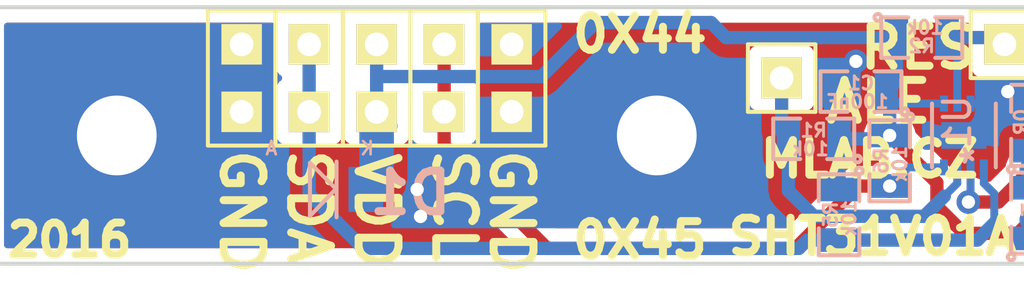
<source format=kicad_pcb>
(kicad_pcb (version 20160815) (host pcbnew no-vcs-found-7409~56~ubuntu16.04.1)

  (general
    (links 32)
    (no_connects 0)
    (area 117.475 79.4545 164.005143 93.980001)
    (thickness 1.6)
    (drawings 16)
    (tracks 82)
    (zones 0)
    (modules 18)
    (nets 8)
  )

  (page A4)
  (layers
    (0 F.Cu signal hide)
    (31 B.Cu signal hide)
    (32 B.Adhes user hide)
    (33 F.Adhes user hide)
    (34 B.Paste user hide)
    (35 F.Paste user hide)
    (36 B.SilkS user hide)
    (37 F.SilkS user)
    (38 B.Mask user hide)
    (39 F.Mask user hide)
    (40 Dwgs.User user hide)
    (41 Cmts.User user hide)
    (42 Eco1.User user hide)
    (43 Eco2.User user hide)
    (44 Edge.Cuts user hide)
    (45 Margin user hide)
    (46 B.CrtYd user hide)
    (47 F.CrtYd user hide)
    (48 B.Fab user hide)
    (49 F.Fab user hide)
  )

  (setup
    (last_trace_width 0.3)
    (user_trace_width 0.3)
    (user_trace_width 0.4)
    (user_trace_width 0.5)
    (user_trace_width 0.6)
    (user_trace_width 1.3)
    (trace_clearance 0.2)
    (zone_clearance 0.508)
    (zone_45_only yes)
    (trace_min 0.2)
    (segment_width 0.2)
    (edge_width 0.15)
    (via_size 0.89)
    (via_drill 0.5)
    (via_min_size 0.4)
    (via_min_drill 0.3)
    (uvia_size 0.3)
    (uvia_drill 0.127)
    (uvias_allowed no)
    (uvia_min_size 0.2)
    (uvia_min_drill 0.1)
    (pcb_text_width 0.3)
    (pcb_text_size 1.5 1.5)
    (mod_edge_width 0.15)
    (mod_text_size 1 1)
    (mod_text_width 0.15)
    (pad_size 1.524 1.524)
    (pad_drill 0.762)
    (pad_to_mask_clearance 0.12)
    (aux_axis_origin 0 0)
    (visible_elements 7FFE4001)
    (pcbplotparams
      (layerselection 0x010e0_80000001)
      (usegerberextensions false)
      (excludeedgelayer true)
      (linewidth 0.300000)
      (plotframeref false)
      (viasonmask false)
      (mode 1)
      (useauxorigin false)
      (hpglpennumber 1)
      (hpglpenspeed 20)
      (hpglpendiameter 15)
      (psnegative false)
      (psa4output false)
      (plotreference true)
      (plotvalue true)
      (plotinvisibletext false)
      (padsonsilk false)
      (subtractmaskfromsilk false)
      (outputformat 1)
      (mirror false)
      (drillshape 0)
      (scaleselection 1)
      (outputdirectory ../CAM_PROFI/))
  )

  (net 0 "")
  (net 1 /ALERT)
  (net 2 /nRESET)
  (net 3 +3V3)
  (net 4 /SDA)
  (net 5 /SCL)
  (net 6 GND)
  (net 7 "Net-(R3-Pad2)")

  (net_class Default "Toto je výchozí třída sítě."
    (clearance 0.2)
    (trace_width 0.3)
    (via_dia 0.89)
    (via_drill 0.5)
    (uvia_dia 0.3)
    (uvia_drill 0.127)
    (diff_pair_gap 0.25)
    (diff_pair_width 0.2)
    (add_net +3V3)
    (add_net /ALERT)
    (add_net /SCL)
    (add_net /SDA)
    (add_net /nRESET)
    (add_net GND)
    (add_net "Net-(R3-Pad2)")
  )

  (module Mlab_Pin_Headers:Straight_1x01 (layer F.Cu) (tedit 56C1CC54) (tstamp 56C25D40)
    (at 150.241 84.582)
    (descr "pin header straight 1x01")
    (tags "pin header straight 1x01")
    (path /56C1A5C2)
    (fp_text reference J1 (at 0 -2.54) (layer F.SilkS) hide
      (effects (font (size 1.5 1.5) (thickness 0.15)))
    )
    (fp_text value CONN1_1 (at 0 2.54) (layer F.SilkS) hide
      (effects (font (size 1.5 1.5) (thickness 0.15)))
    )
    (fp_text user 1 (at -1.651 0) (layer F.SilkS) hide
      (effects (font (size 0.5 0.5) (thickness 0.05)))
    )
    (fp_line (start -1.27 -1.27) (end 1.27 -1.27) (layer F.SilkS) (width 0.15))
    (fp_line (start 1.27 -1.27) (end 1.27 1.27) (layer F.SilkS) (width 0.15))
    (fp_line (start 1.27 1.27) (end -1.27 1.27) (layer F.SilkS) (width 0.15))
    (fp_line (start -1.27 1.27) (end -1.27 -1.27) (layer F.SilkS) (width 0.15))
    (pad 1 thru_hole rect (at 0 0) (size 1.524 1.524) (drill 0.889) (layers *.Cu *.Mask F.SilkS)
      (net 1 /ALERT))
    (model Pin_Headers/Pin_Header_Straight_1x01.wrl
      (at (xyz 0 0 0))
      (scale (xyz 1 1 1))
      (rotate (xyz 0 0 90))
    )
  )

  (module Mlab_Pin_Headers:Straight_1x01 (layer F.Cu) (tedit 56C1CC5F) (tstamp 56C25D4A)
    (at 158.623 83.312)
    (descr "pin header straight 1x01")
    (tags "pin header straight 1x01")
    (path /56C1A764)
    (fp_text reference J2 (at 0 -2.54) (layer F.SilkS) hide
      (effects (font (size 1.5 1.5) (thickness 0.15)))
    )
    (fp_text value CONN1_1 (at 0 2.54) (layer F.SilkS) hide
      (effects (font (size 1.5 1.5) (thickness 0.15)))
    )
    (fp_text user 1 (at -1.651 0) (layer F.SilkS) hide
      (effects (font (size 0.5 0.5) (thickness 0.05)))
    )
    (fp_line (start -1.27 -1.27) (end 1.27 -1.27) (layer F.SilkS) (width 0.15))
    (fp_line (start 1.27 -1.27) (end 1.27 1.27) (layer F.SilkS) (width 0.15))
    (fp_line (start 1.27 1.27) (end -1.27 1.27) (layer F.SilkS) (width 0.15))
    (fp_line (start -1.27 1.27) (end -1.27 -1.27) (layer F.SilkS) (width 0.15))
    (pad 1 thru_hole rect (at 0 0) (size 1.524 1.524) (drill 0.889) (layers *.Cu *.Mask F.SilkS)
      (net 2 /nRESET))
    (model Pin_Headers/Pin_Header_Straight_1x01.wrl
      (at (xyz 0 0 0))
      (scale (xyz 1 1 1))
      (rotate (xyz 0 0 90))
    )
  )

  (module Mlab_Pin_Headers:Straight_1x02 (layer F.Cu) (tedit 5535DB0D) (tstamp 56C25D73)
    (at 135.001 84.582)
    (descr "pin header straight 1x02")
    (tags "pin header straight 1x02")
    (path /56C19DA8)
    (fp_text reference J9 (at 0 -3.81) (layer F.SilkS) hide
      (effects (font (size 1.5 1.5) (thickness 0.15)))
    )
    (fp_text value JUMP_2x1 (at 0 3.81) (layer F.SilkS) hide
      (effects (font (size 1.5 1.5) (thickness 0.15)))
    )
    (fp_text user 1 (at -1.651 -1.27) (layer F.SilkS) hide
      (effects (font (size 0.5 0.5) (thickness 0.05)))
    )
    (fp_line (start -1.27 -2.54) (end 1.27 -2.54) (layer F.SilkS) (width 0.15))
    (fp_line (start 1.27 -2.54) (end 1.27 2.54) (layer F.SilkS) (width 0.15))
    (fp_line (start 1.27 2.54) (end -1.27 2.54) (layer F.SilkS) (width 0.15))
    (fp_line (start -1.27 2.54) (end -1.27 -2.54) (layer F.SilkS) (width 0.15))
    (pad 2 thru_hole rect (at 0 1.27) (size 1.524 1.524) (drill 0.889) (layers *.Cu *.Mask F.SilkS)
      (net 3 +3V3))
    (pad 1 thru_hole rect (at 0 -1.27) (size 1.524 1.524) (drill 0.889) (layers *.Cu *.Mask F.SilkS)
      (net 3 +3V3))
    (model Pin_Headers/Pin_Header_Straight_1x02.wrl
      (at (xyz 0 0 0))
      (scale (xyz 1 1 1))
      (rotate (xyz 0 0 90))
    )
  )

  (module Mlab_Pin_Headers:Straight_1x02 (layer F.Cu) (tedit 5535DB0D) (tstamp 56C25D7E)
    (at 132.461 84.582)
    (descr "pin header straight 1x02")
    (tags "pin header straight 1x02")
    (path /56C19B98)
    (fp_text reference J10 (at 0 -3.81) (layer F.SilkS) hide
      (effects (font (size 1.5 1.5) (thickness 0.15)))
    )
    (fp_text value JUMP_2x1 (at 0 3.81) (layer F.SilkS) hide
      (effects (font (size 1.5 1.5) (thickness 0.15)))
    )
    (fp_text user 1 (at -1.651 -1.27) (layer F.SilkS) hide
      (effects (font (size 0.5 0.5) (thickness 0.05)))
    )
    (fp_line (start -1.27 -2.54) (end 1.27 -2.54) (layer F.SilkS) (width 0.15))
    (fp_line (start 1.27 -2.54) (end 1.27 2.54) (layer F.SilkS) (width 0.15))
    (fp_line (start 1.27 2.54) (end -1.27 2.54) (layer F.SilkS) (width 0.15))
    (fp_line (start -1.27 2.54) (end -1.27 -2.54) (layer F.SilkS) (width 0.15))
    (pad 2 thru_hole rect (at 0 1.27) (size 1.524 1.524) (drill 0.889) (layers *.Cu *.Mask F.SilkS)
      (net 4 /SDA))
    (pad 1 thru_hole rect (at 0 -1.27) (size 1.524 1.524) (drill 0.889) (layers *.Cu *.Mask F.SilkS)
      (net 4 /SDA))
    (model Pin_Headers/Pin_Header_Straight_1x02.wrl
      (at (xyz 0 0 0))
      (scale (xyz 1 1 1))
      (rotate (xyz 0 0 90))
    )
  )

  (module Mlab_Pin_Headers:Straight_1x02 (layer F.Cu) (tedit 5535DB0D) (tstamp 56C25D89)
    (at 137.541 84.582)
    (descr "pin header straight 1x02")
    (tags "pin header straight 1x02")
    (path /56C19D85)
    (fp_text reference J11 (at 0 -3.81) (layer F.SilkS) hide
      (effects (font (size 1.5 1.5) (thickness 0.15)))
    )
    (fp_text value JUMP_2x1 (at 0 3.81) (layer F.SilkS) hide
      (effects (font (size 1.5 1.5) (thickness 0.15)))
    )
    (fp_text user 1 (at -1.651 -1.27) (layer F.SilkS) hide
      (effects (font (size 0.5 0.5) (thickness 0.05)))
    )
    (fp_line (start -1.27 -2.54) (end 1.27 -2.54) (layer F.SilkS) (width 0.15))
    (fp_line (start 1.27 -2.54) (end 1.27 2.54) (layer F.SilkS) (width 0.15))
    (fp_line (start 1.27 2.54) (end -1.27 2.54) (layer F.SilkS) (width 0.15))
    (fp_line (start -1.27 2.54) (end -1.27 -2.54) (layer F.SilkS) (width 0.15))
    (pad 2 thru_hole rect (at 0 1.27) (size 1.524 1.524) (drill 0.889) (layers *.Cu *.Mask F.SilkS)
      (net 5 /SCL))
    (pad 1 thru_hole rect (at 0 -1.27) (size 1.524 1.524) (drill 0.889) (layers *.Cu *.Mask F.SilkS)
      (net 5 /SCL))
    (model Pin_Headers/Pin_Header_Straight_1x02.wrl
      (at (xyz 0 0 0))
      (scale (xyz 1 1 1))
      (rotate (xyz 0 0 90))
    )
  )

  (module Mlab_Pin_Headers:Straight_1x02 (layer F.Cu) (tedit 5535DB0D) (tstamp 56C25D94)
    (at 129.921 84.582)
    (descr "pin header straight 1x02")
    (tags "pin header straight 1x02")
    (path /56C19E76)
    (fp_text reference J12 (at 0 -3.81) (layer F.SilkS) hide
      (effects (font (size 1.5 1.5) (thickness 0.15)))
    )
    (fp_text value JUMP_2x1 (at 0 3.81) (layer F.SilkS) hide
      (effects (font (size 1.5 1.5) (thickness 0.15)))
    )
    (fp_text user 1 (at -1.651 -1.27) (layer F.SilkS) hide
      (effects (font (size 0.5 0.5) (thickness 0.05)))
    )
    (fp_line (start -1.27 -2.54) (end 1.27 -2.54) (layer F.SilkS) (width 0.15))
    (fp_line (start 1.27 -2.54) (end 1.27 2.54) (layer F.SilkS) (width 0.15))
    (fp_line (start 1.27 2.54) (end -1.27 2.54) (layer F.SilkS) (width 0.15))
    (fp_line (start -1.27 2.54) (end -1.27 -2.54) (layer F.SilkS) (width 0.15))
    (pad 2 thru_hole rect (at 0 1.27) (size 1.524 1.524) (drill 0.889) (layers *.Cu *.Mask F.SilkS)
      (net 6 GND))
    (pad 1 thru_hole rect (at 0 -1.27) (size 1.524 1.524) (drill 0.889) (layers *.Cu *.Mask F.SilkS)
      (net 6 GND))
    (model Pin_Headers/Pin_Header_Straight_1x02.wrl
      (at (xyz 0 0 0))
      (scale (xyz 1 1 1))
      (rotate (xyz 0 0 90))
    )
  )

  (module Mlab_Pin_Headers:Straight_1x02 (layer F.Cu) (tedit 5535DB0D) (tstamp 56C25D9F)
    (at 140.081 84.582)
    (descr "pin header straight 1x02")
    (tags "pin header straight 1x02")
    (path /56C19E9B)
    (fp_text reference J13 (at 0 -3.81) (layer F.SilkS) hide
      (effects (font (size 1.5 1.5) (thickness 0.15)))
    )
    (fp_text value JUMP_2x1 (at 0 3.81) (layer F.SilkS) hide
      (effects (font (size 1.5 1.5) (thickness 0.15)))
    )
    (fp_text user 1 (at -1.651 -1.27) (layer F.SilkS) hide
      (effects (font (size 0.5 0.5) (thickness 0.05)))
    )
    (fp_line (start -1.27 -2.54) (end 1.27 -2.54) (layer F.SilkS) (width 0.15))
    (fp_line (start 1.27 -2.54) (end 1.27 2.54) (layer F.SilkS) (width 0.15))
    (fp_line (start 1.27 2.54) (end -1.27 2.54) (layer F.SilkS) (width 0.15))
    (fp_line (start -1.27 2.54) (end -1.27 -2.54) (layer F.SilkS) (width 0.15))
    (pad 2 thru_hole rect (at 0 1.27) (size 1.524 1.524) (drill 0.889) (layers *.Cu *.Mask F.SilkS)
      (net 6 GND))
    (pad 1 thru_hole rect (at 0 -1.27) (size 1.524 1.524) (drill 0.889) (layers *.Cu *.Mask F.SilkS)
      (net 6 GND))
    (model Pin_Headers/Pin_Header_Straight_1x02.wrl
      (at (xyz 0 0 0))
      (scale (xyz 1 1 1))
      (rotate (xyz 0 0 90))
    )
  )

  (module Mlab_Mechanical:MountingHole_3mm placed (layer F.Cu) (tedit 5535DB2C) (tstamp 56C25DA5)
    (at 145.542 86.741)
    (descr "Mounting hole, Befestigungsbohrung, 3mm, No Annular, Kein Restring,")
    (tags "Mounting hole, Befestigungsbohrung, 3mm, No Annular, Kein Restring,")
    (path /56C1C849)
    (fp_text reference M1 (at 0 -4.191) (layer F.SilkS) hide
      (effects (font (thickness 0.3048)))
    )
    (fp_text value HOLE (at 0 4.191) (layer F.SilkS) hide
      (effects (font (thickness 0.3048)))
    )
    (fp_circle (center 0 0) (end 2.99974 0) (layer Cmts.User) (width 0.381))
    (pad 1 thru_hole circle (at 0 0) (size 6 6) (drill 3) (layers *.Cu *.Adhes *.Mask)
      (net 6 GND) (clearance 1) (zone_connect 2))
  )

  (module Mlab_Mechanical:MountingHole_3mm placed (layer F.Cu) (tedit 5535DB2C) (tstamp 56C25DAB)
    (at 125.222 86.741)
    (descr "Mounting hole, Befestigungsbohrung, 3mm, No Annular, Kein Restring,")
    (tags "Mounting hole, Befestigungsbohrung, 3mm, No Annular, Kein Restring,")
    (path /56C1CA93)
    (fp_text reference M2 (at 0 -4.191) (layer F.SilkS) hide
      (effects (font (thickness 0.3048)))
    )
    (fp_text value HOLE (at 0 4.191) (layer F.SilkS) hide
      (effects (font (thickness 0.3048)))
    )
    (fp_circle (center 0 0) (end 2.99974 0) (layer Cmts.User) (width 0.381))
    (pad 1 thru_hole circle (at 0 0) (size 6 6) (drill 3) (layers *.Cu *.Adhes *.Mask)
      (net 6 GND) (clearance 1) (zone_connect 2))
  )

  (module Mlab_R:SMD-0805 (layer B.Cu) (tedit 54799E0C) (tstamp 56C25DB8)
    (at 151.4475 86.868 180)
    (path /56C1BBCA)
    (attr smd)
    (fp_text reference R1 (at 0 0.3175 180) (layer B.SilkS)
      (effects (font (size 0.50038 0.50038) (thickness 0.10922)) (justify mirror))
    )
    (fp_text value 10k (at 0.127 -0.381 180) (layer B.SilkS)
      (effects (font (size 0.50038 0.50038) (thickness 0.10922)) (justify mirror))
    )
    (fp_circle (center -1.651 -0.762) (end -1.651 -0.635) (layer B.SilkS) (width 0.15))
    (fp_line (start -0.508 -0.762) (end -1.524 -0.762) (layer B.SilkS) (width 0.15))
    (fp_line (start -1.524 -0.762) (end -1.524 0.762) (layer B.SilkS) (width 0.15))
    (fp_line (start -1.524 0.762) (end -0.508 0.762) (layer B.SilkS) (width 0.15))
    (fp_line (start 0.508 0.762) (end 1.524 0.762) (layer B.SilkS) (width 0.15))
    (fp_line (start 1.524 0.762) (end 1.524 -0.762) (layer B.SilkS) (width 0.15))
    (fp_line (start 1.524 -0.762) (end 0.508 -0.762) (layer B.SilkS) (width 0.15))
    (pad 1 smd rect (at -0.9525 0 180) (size 0.889 1.397) (layers B.Cu B.Paste B.Mask)
      (net 3 +3V3))
    (pad 2 smd rect (at 0.9525 0 180) (size 0.889 1.397) (layers B.Cu B.Paste B.Mask)
      (net 1 /ALERT))
    (model MLAB_3D/Resistors/chip_cms.wrl
      (at (xyz 0 0 0))
      (scale (xyz 0.1 0.1 0.1))
      (rotate (xyz 0 0 0))
    )
  )

  (module Mlab_R:SMD-0805 (layer B.Cu) (tedit 54799E0C) (tstamp 56C25DC5)
    (at 155.5115 83.058)
    (path /56C1BBD0)
    (attr smd)
    (fp_text reference R2 (at 0 0.3175) (layer B.SilkS)
      (effects (font (size 0.50038 0.50038) (thickness 0.10922)) (justify mirror))
    )
    (fp_text value 10k (at 0.127 -0.381) (layer B.SilkS)
      (effects (font (size 0.50038 0.50038) (thickness 0.10922)) (justify mirror))
    )
    (fp_circle (center -1.651 -0.762) (end -1.651 -0.635) (layer B.SilkS) (width 0.15))
    (fp_line (start -0.508 -0.762) (end -1.524 -0.762) (layer B.SilkS) (width 0.15))
    (fp_line (start -1.524 -0.762) (end -1.524 0.762) (layer B.SilkS) (width 0.15))
    (fp_line (start -1.524 0.762) (end -0.508 0.762) (layer B.SilkS) (width 0.15))
    (fp_line (start 0.508 0.762) (end 1.524 0.762) (layer B.SilkS) (width 0.15))
    (fp_line (start 1.524 0.762) (end 1.524 -0.762) (layer B.SilkS) (width 0.15))
    (fp_line (start 1.524 -0.762) (end 0.508 -0.762) (layer B.SilkS) (width 0.15))
    (pad 1 smd rect (at -0.9525 0) (size 0.889 1.397) (layers B.Cu B.Paste B.Mask)
      (net 3 +3V3))
    (pad 2 smd rect (at 0.9525 0) (size 0.889 1.397) (layers B.Cu B.Paste B.Mask)
      (net 2 /nRESET))
    (model MLAB_3D/Resistors/chip_cms.wrl
      (at (xyz 0 0 0))
      (scale (xyz 0.1 0.1 0.1))
      (rotate (xyz 0 0 0))
    )
  )

  (module Mlab_R:SMD-0805 (layer B.Cu) (tedit 54799E0C) (tstamp 56C25DD2)
    (at 159.639 89.662 90)
    (path /56C1A90F)
    (attr smd)
    (fp_text reference R3 (at 0 0.3175 90) (layer B.SilkS)
      (effects (font (size 0.50038 0.50038) (thickness 0.10922)) (justify mirror))
    )
    (fp_text value - (at 0.127 -0.381 90) (layer B.SilkS)
      (effects (font (size 0.50038 0.50038) (thickness 0.10922)) (justify mirror))
    )
    (fp_circle (center -1.651 -0.762) (end -1.651 -0.635) (layer B.SilkS) (width 0.15))
    (fp_line (start -0.508 -0.762) (end -1.524 -0.762) (layer B.SilkS) (width 0.15))
    (fp_line (start -1.524 -0.762) (end -1.524 0.762) (layer B.SilkS) (width 0.15))
    (fp_line (start -1.524 0.762) (end -0.508 0.762) (layer B.SilkS) (width 0.15))
    (fp_line (start 0.508 0.762) (end 1.524 0.762) (layer B.SilkS) (width 0.15))
    (fp_line (start 1.524 0.762) (end 1.524 -0.762) (layer B.SilkS) (width 0.15))
    (fp_line (start 1.524 -0.762) (end 0.508 -0.762) (layer B.SilkS) (width 0.15))
    (pad 1 smd rect (at -0.9525 0 90) (size 0.889 1.397) (layers B.Cu B.Paste B.Mask)
      (net 3 +3V3))
    (pad 2 smd rect (at 0.9525 0 90) (size 0.889 1.397) (layers B.Cu B.Paste B.Mask)
      (net 7 "Net-(R3-Pad2)"))
    (model MLAB_3D/Resistors/chip_cms.wrl
      (at (xyz 0 0 0))
      (scale (xyz 0.1 0.1 0.1))
      (rotate (xyz 0 0 0))
    )
  )

  (module Mlab_R:SMD-0805 (layer B.Cu) (tedit 54799E0C) (tstamp 56C25DDF)
    (at 159.639 86.36 90)
    (path /56C1AAEA)
    (attr smd)
    (fp_text reference R4 (at 0 0.3175 90) (layer B.SilkS)
      (effects (font (size 0.50038 0.50038) (thickness 0.10922)) (justify mirror))
    )
    (fp_text value 0R (at 0.127 -0.381 90) (layer B.SilkS)
      (effects (font (size 0.50038 0.50038) (thickness 0.10922)) (justify mirror))
    )
    (fp_circle (center -1.651 -0.762) (end -1.651 -0.635) (layer B.SilkS) (width 0.15))
    (fp_line (start -0.508 -0.762) (end -1.524 -0.762) (layer B.SilkS) (width 0.15))
    (fp_line (start -1.524 -0.762) (end -1.524 0.762) (layer B.SilkS) (width 0.15))
    (fp_line (start -1.524 0.762) (end -0.508 0.762) (layer B.SilkS) (width 0.15))
    (fp_line (start 0.508 0.762) (end 1.524 0.762) (layer B.SilkS) (width 0.15))
    (fp_line (start 1.524 0.762) (end 1.524 -0.762) (layer B.SilkS) (width 0.15))
    (fp_line (start 1.524 -0.762) (end 0.508 -0.762) (layer B.SilkS) (width 0.15))
    (pad 1 smd rect (at -0.9525 0 90) (size 0.889 1.397) (layers B.Cu B.Paste B.Mask)
      (net 7 "Net-(R3-Pad2)"))
    (pad 2 smd rect (at 0.9525 0 90) (size 0.889 1.397) (layers B.Cu B.Paste B.Mask)
      (net 6 GND))
    (model MLAB_3D/Resistors/chip_cms.wrl
      (at (xyz 0 0 0))
      (scale (xyz 0.1 0.1 0.1))
      (rotate (xyz 0 0 0))
    )
  )

  (module Mlab_R:SMD-0805 (layer B.Cu) (tedit 54799E0C) (tstamp 56C25DEC)
    (at 152.4 89.7255 270)
    (path /56C197F1)
    (attr smd)
    (fp_text reference R5 (at 0 0.3175 270) (layer B.SilkS)
      (effects (font (size 0.50038 0.50038) (thickness 0.10922)) (justify mirror))
    )
    (fp_text value 10k (at 0.127 -0.381 270) (layer B.SilkS)
      (effects (font (size 0.50038 0.50038) (thickness 0.10922)) (justify mirror))
    )
    (fp_circle (center -1.651 -0.762) (end -1.651 -0.635) (layer B.SilkS) (width 0.15))
    (fp_line (start -0.508 -0.762) (end -1.524 -0.762) (layer B.SilkS) (width 0.15))
    (fp_line (start -1.524 -0.762) (end -1.524 0.762) (layer B.SilkS) (width 0.15))
    (fp_line (start -1.524 0.762) (end -0.508 0.762) (layer B.SilkS) (width 0.15))
    (fp_line (start 0.508 0.762) (end 1.524 0.762) (layer B.SilkS) (width 0.15))
    (fp_line (start 1.524 0.762) (end 1.524 -0.762) (layer B.SilkS) (width 0.15))
    (fp_line (start 1.524 -0.762) (end 0.508 -0.762) (layer B.SilkS) (width 0.15))
    (pad 1 smd rect (at -0.9525 0 270) (size 0.889 1.397) (layers B.Cu B.Paste B.Mask)
      (net 3 +3V3))
    (pad 2 smd rect (at 0.9525 0 270) (size 0.889 1.397) (layers B.Cu B.Paste B.Mask)
      (net 4 /SDA))
    (model MLAB_3D/Resistors/chip_cms.wrl
      (at (xyz 0 0 0))
      (scale (xyz 0.1 0.1 0.1))
      (rotate (xyz 0 0 0))
    )
  )

  (module Mlab_R:SMD-0805 (layer B.Cu) (tedit 54799E0C) (tstamp 56C25DF9)
    (at 154.305 87.6935 270)
    (path /56C19962)
    (attr smd)
    (fp_text reference R6 (at 0 0.3175 270) (layer B.SilkS)
      (effects (font (size 0.50038 0.50038) (thickness 0.10922)) (justify mirror))
    )
    (fp_text value 10k (at 0.127 -0.381 270) (layer B.SilkS)
      (effects (font (size 0.50038 0.50038) (thickness 0.10922)) (justify mirror))
    )
    (fp_circle (center -1.651 -0.762) (end -1.651 -0.635) (layer B.SilkS) (width 0.15))
    (fp_line (start -0.508 -0.762) (end -1.524 -0.762) (layer B.SilkS) (width 0.15))
    (fp_line (start -1.524 -0.762) (end -1.524 0.762) (layer B.SilkS) (width 0.15))
    (fp_line (start -1.524 0.762) (end -0.508 0.762) (layer B.SilkS) (width 0.15))
    (fp_line (start 0.508 0.762) (end 1.524 0.762) (layer B.SilkS) (width 0.15))
    (fp_line (start 1.524 0.762) (end 1.524 -0.762) (layer B.SilkS) (width 0.15))
    (fp_line (start 1.524 -0.762) (end 0.508 -0.762) (layer B.SilkS) (width 0.15))
    (pad 1 smd rect (at -0.9525 0 270) (size 0.889 1.397) (layers B.Cu B.Paste B.Mask)
      (net 3 +3V3))
    (pad 2 smd rect (at 0.9525 0 270) (size 0.889 1.397) (layers B.Cu B.Paste B.Mask)
      (net 5 /SCL))
    (model MLAB_3D/Resistors/chip_cms.wrl
      (at (xyz 0 0 0))
      (scale (xyz 0.1 0.1 0.1))
      (rotate (xyz 0 0 0))
    )
  )

  (module Mlab_R:SMD-0805 (layer B.Cu) (tedit 54799E0C) (tstamp 56C28E5D)
    (at 153.2255 85.09 180)
    (path /56C20231)
    (attr smd)
    (fp_text reference C1 (at 0 0.3175 180) (layer B.SilkS)
      (effects (font (size 0.50038 0.50038) (thickness 0.10922)) (justify mirror))
    )
    (fp_text value 100nF (at 0.127 -0.381 180) (layer B.SilkS)
      (effects (font (size 0.50038 0.50038) (thickness 0.10922)) (justify mirror))
    )
    (fp_circle (center -1.651 -0.762) (end -1.651 -0.635) (layer B.SilkS) (width 0.15))
    (fp_line (start -0.508 -0.762) (end -1.524 -0.762) (layer B.SilkS) (width 0.15))
    (fp_line (start -1.524 -0.762) (end -1.524 0.762) (layer B.SilkS) (width 0.15))
    (fp_line (start -1.524 0.762) (end -0.508 0.762) (layer B.SilkS) (width 0.15))
    (fp_line (start 0.508 0.762) (end 1.524 0.762) (layer B.SilkS) (width 0.15))
    (fp_line (start 1.524 0.762) (end 1.524 -0.762) (layer B.SilkS) (width 0.15))
    (fp_line (start 1.524 -0.762) (end 0.508 -0.762) (layer B.SilkS) (width 0.15))
    (pad 1 smd rect (at -0.9525 0 180) (size 0.889 1.397) (layers B.Cu B.Paste B.Mask)
      (net 3 +3V3))
    (pad 2 smd rect (at 0.9525 0 180) (size 0.889 1.397) (layers B.Cu B.Paste B.Mask)
      (net 6 GND))
    (model MLAB_3D/Resistors/chip_cms.wrl
      (at (xyz 0 0 0))
      (scale (xyz 0.1 0.1 0.1))
      (rotate (xyz 0 0 0))
    )
  )

  (module Mlab_IO:DFN-8-1EP_2.4x2.4mm_Pitch0.5mm (layer B.Cu) (tedit 56E1185F) (tstamp 56C28E71)
    (at 157.099 86.741 90)
    (descr "DFN8 2x2, 0.5mm pin")
    (tags "DFN 0.5")
    (path /56C19730)
    (attr smd)
    (fp_text reference U1 (at 0.508 -0.254 90) (layer B.SilkS)
      (effects (font (size 1 1) (thickness 0.15)) (justify mirror))
    )
    (fp_text value SHT31 (at 0 -2.075 90) (layer B.Fab)
      (effects (font (size 1 1) (thickness 0.15)) (justify mirror))
    )
    (fp_text user * (at -0.7493 0.4318 90) (layer B.SilkS)
      (effects (font (size 1 1) (thickness 0.15)) (justify mirror))
    )
    (fp_line (start -1.2 1.2) (end 1.2 1.2) (layer B.SilkS) (width 0.15))
    (fp_line (start -1.4 1.35) (end -1.4 -1.35) (layer B.CrtYd) (width 0.05))
    (fp_line (start 1.4 1.35) (end 1.4 -1.35) (layer B.CrtYd) (width 0.05))
    (fp_line (start -1.4 1.35) (end 1.4 1.35) (layer B.CrtYd) (width 0.05))
    (fp_line (start -1.4 -1.35) (end 1.4 -1.35) (layer B.CrtYd) (width 0.05))
    (fp_line (start -1.2 -1.2) (end 1.2 -1.2) (layer B.SilkS) (width 0.15))
    (pad 1 smd rect (at -1.2 0.75 90) (size 0.6 0.3) (layers B.Cu B.Paste B.Mask)
      (net 4 /SDA))
    (pad 2 smd rect (at -1.2 0.25 90) (size 0.6 0.3) (layers B.Cu B.Paste B.Mask)
      (net 7 "Net-(R3-Pad2)"))
    (pad 3 smd rect (at -1.2 -0.25 90) (size 0.6 0.3) (layers B.Cu B.Paste B.Mask)
      (net 1 /ALERT))
    (pad 4 smd rect (at -1.2 -0.75 90) (size 0.6 0.3) (layers B.Cu B.Paste B.Mask)
      (net 5 /SCL))
    (pad 5 smd rect (at 1.2 -0.75 90) (size 0.6 0.3) (layers B.Cu B.Paste B.Mask)
      (net 3 +3V3))
    (pad 6 smd rect (at 1.2 -0.25 90) (size 0.6 0.3) (layers B.Cu B.Paste B.Mask)
      (net 2 /nRESET))
    (pad 7 smd rect (at 1.2 0.25 90) (size 0.6 0.3) (layers B.Cu B.Paste B.Mask)
      (net 6 GND))
    (pad 8 smd rect (at 1.2 0.75 90) (size 0.6 0.3) (layers B.Cu B.Paste B.Mask)
      (net 6 GND))
    (pad 9 smd rect (at 0 0 90) (size 1 1.7) (layers B.Cu B.Paste B.Mask)
      (net 6 GND) (solder_paste_margin_ratio -0.2))
    (model Housings_DFN_QFN.3dshapes/DFN-8-1EP_2x2mm_Pitch0.5mm.wrl
      (at (xyz 0 0 0))
      (scale (xyz 1 1 1))
      (rotate (xyz 0 0 0))
    )
  )

  (module Mlab_D:Diode-MiniMELF_Standard (layer B.Cu) (tedit 547999ED) (tstamp 56C1AF1E)
    (at 132.842 88.773)
    (descr "Diode Mini-MELF Standard")
    (tags "Diode Mini-MELF Standard")
    (path /56C21A96)
    (attr smd)
    (fp_text reference D1 (at 3.429 0.127) (layer B.SilkS)
      (effects (font (thickness 0.3048)) (justify mirror))
    )
    (fp_text value BZV55C-5,6V (at 0 -3.81) (layer B.SilkS) hide
      (effects (font (thickness 0.3048)) (justify mirror))
    )
    (fp_line (start 0.65024 -0.0508) (end -0.35052 1.00076) (layer B.SilkS) (width 0.15))
    (fp_line (start -0.35052 1.00076) (end -0.35052 -1.00076) (layer B.SilkS) (width 0.15))
    (fp_line (start -0.35052 -1.00076) (end 0.65024 0) (layer B.SilkS) (width 0.15))
    (fp_line (start 0.65024 1.04902) (end 0.65024 -1.04902) (layer B.SilkS) (width 0.15))
    (fp_text user A (at -1.80086 -1.5494) (layer B.SilkS)
      (effects (font (size 0.50038 0.50038) (thickness 0.09906)) (justify mirror))
    )
    (fp_text user K (at 1.80086 -1.5494) (layer B.SilkS)
      (effects (font (size 0.50038 0.50038) (thickness 0.09906)) (justify mirror))
    )
    (fp_circle (center 0 0) (end 0 -0.55118) (layer B.Adhes) (width 0.381))
    (fp_circle (center 0 0) (end 0 -0.20066) (layer B.Adhes) (width 0.381))
    (pad 1 smd rect (at -1.75006 0) (size 1.30048 1.69926) (layers B.Cu B.Paste B.Mask)
      (net 6 GND))
    (pad 2 smd rect (at 1.75006 0) (size 1.30048 1.69926) (layers B.Cu B.Paste B.Mask)
      (net 3 +3V3))
    (model MLAB_3D/Diodes/MiniMELF_DO213AA.wrl
      (at (xyz 0 0 0))
      (scale (xyz 0.3937 0.3937 0.3937))
      (rotate (xyz 0 0 0))
    )
  )

  (gr_text 0X45 (at 144.907 90.678) (layer F.SilkS)
    (effects (font (size 1.3 1.3) (thickness 0.3)))
  )
  (gr_text 0X44 (at 144.907 82.931) (layer F.SilkS)
    (effects (font (size 1.3 1.3) (thickness 0.3)))
  )
  (gr_text 2016 (at 123.444 90.678) (layer F.SilkS)
    (effects (font (size 1.2 1.2) (thickness 0.3)))
  )
  (gr_text MLAB.CZ (at 153.543 87.63) (layer F.SilkS)
    (effects (font (size 1.3 1.3) (thickness 0.3)))
  )
  (gr_text SHT31V01A (at 153.67 90.551) (layer F.SilkS)
    (effects (font (size 1.3 1.3) (thickness 0.3)))
  )
  (gr_text ALE (at 151.765 85.471) (layer F.SilkS)
    (effects (font (size 1.5 1.5) (thickness 0.3)) (justify left))
  )
  (gr_text RES (at 153.035 83.439) (layer F.SilkS)
    (effects (font (size 1.5 1.5) (thickness 0.3)) (justify left))
  )
  (gr_text GND (at 140.081 87.122 270) (layer F.SilkS)
    (effects (font (size 1.5 1.5) (thickness 0.3)) (justify left))
  )
  (gr_text SCL (at 137.922 87.122 270) (layer F.SilkS)
    (effects (font (size 1.5 1.5) (thickness 0.3)) (justify left))
  )
  (gr_text VDD (at 135.001 87.249 270) (layer F.SilkS)
    (effects (font (size 1.5 1.5) (thickness 0.3)) (justify left))
  )
  (gr_text SDA (at 132.461 87.122 270) (layer F.SilkS)
    (effects (font (size 1.5 1.5) (thickness 0.3)) (justify left))
  )
  (gr_text GND (at 129.921 87.122 270) (layer F.SilkS)
    (effects (font (size 1.5 1.5) (thickness 0.3)) (justify left))
  )
  (gr_line (start 120.396 91.567) (end 120.396 81.915) (angle 90) (layer Edge.Cuts) (width 0.15))
  (gr_line (start 120.396 91.567) (end 160.528 91.567) (angle 90) (layer Edge.Cuts) (width 0.15))
  (gr_line (start 160.528 81.915) (end 160.528 91.567) (angle 90) (layer Edge.Cuts) (width 0.15))
  (gr_line (start 120.396 81.915) (end 160.528 81.915) (angle 90) (layer Edge.Cuts) (width 0.15))

  (segment (start 150.495 86.868) (end 150.495 88.821002) (width 0.5) (layer B.Cu) (net 1))
  (segment (start 150.495 88.821002) (end 151.457497 89.783499) (width 0.5) (layer B.Cu) (net 1))
  (segment (start 155.606501 89.783499) (end 156.363 89.027) (width 0.5) (layer B.Cu) (net 1))
  (segment (start 151.457497 89.783499) (end 155.606501 89.783499) (width 0.5) (layer B.Cu) (net 1))
  (segment (start 150.241 84.582) (end 150.241 86.614) (width 0.5) (layer B.Cu) (net 1))
  (segment (start 150.241 86.614) (end 150.495 86.868) (width 0.5) (layer B.Cu) (net 1))
  (segment (start 156.849 87.941) (end 156.849 88.541) (width 0.3) (layer B.Cu) (net 1))
  (segment (start 156.849 88.541) (end 156.363 89.027) (width 0.3) (layer B.Cu) (net 1))
  (segment (start 156.464 83.058) (end 158.369 83.058) (width 0.5) (layer B.Cu) (net 2))
  (segment (start 158.369 83.058) (end 158.623 83.312) (width 0.5) (layer B.Cu) (net 2))
  (segment (start 156.849 85.541) (end 156.849 83.443) (width 0.3) (layer B.Cu) (net 2))
  (segment (start 156.849 83.443) (end 156.464 83.058) (width 0.3) (layer B.Cu) (net 2))
  (segment (start 135.001 85.852) (end 135.001 88.36406) (width 1.3) (layer B.Cu) (net 3))
  (segment (start 135.001 88.36406) (end 134.59206 88.773) (width 1.3) (layer B.Cu) (net 3))
  (segment (start 156.083 88.519) (end 154.305 86.741) (width 0.5) (layer F.Cu) (net 3))
  (segment (start 156.083 89.408) (end 156.083 88.519) (width 0.5) (layer F.Cu) (net 3))
  (segment (start 159.639 89.916) (end 159.131 90.424) (width 0.5) (layer F.Cu) (net 3))
  (segment (start 159.131 90.424) (end 157.099 90.424) (width 0.5) (layer F.Cu) (net 3))
  (segment (start 157.099 90.424) (end 156.083 89.408) (width 0.5) (layer F.Cu) (net 3))
  (via (at 154.305 86.741) (size 0.89) (drill 0.5) (layers F.Cu B.Cu) (net 3))
  (segment (start 159.639 90.6145) (end 159.639 89.916) (width 0.5) (layer B.Cu) (net 3))
  (via (at 159.639 89.916) (size 0.89) (drill 0.5) (layers F.Cu B.Cu) (net 3))
  (segment (start 135.53694 86.38794) (end 135.001 85.852) (width 0.5) (layer B.Cu) (net 3))
  (segment (start 152.4 88.773) (end 152.4 86.868) (width 0.5) (layer B.Cu) (net 3))
  (segment (start 156.349 85.541) (end 154.629 85.541) (width 0.3) (layer B.Cu) (net 3))
  (segment (start 154.629 85.541) (end 154.178 85.09) (width 0.3) (layer B.Cu) (net 3))
  (segment (start 154.559 83.058) (end 154.559 84.709) (width 0.5) (layer B.Cu) (net 3))
  (segment (start 154.559 84.709) (end 154.178 85.09) (width 0.5) (layer B.Cu) (net 3))
  (segment (start 154.305 86.741) (end 154.305 85.217) (width 0.5) (layer B.Cu) (net 3))
  (segment (start 154.305 85.217) (end 154.178 85.09) (width 0.5) (layer B.Cu) (net 3))
  (segment (start 152.4 86.868) (end 154.178 86.868) (width 0.5) (layer B.Cu) (net 3))
  (segment (start 154.178 86.868) (end 154.305 86.741) (width 0.5) (layer B.Cu) (net 3))
  (segment (start 135.001 85.852) (end 135.001 84.455) (width 0.5) (layer B.Cu) (net 3))
  (segment (start 135.001 84.455) (end 135.001 83.312) (width 0.5) (layer B.Cu) (net 3))
  (segment (start 154.559 83.058) (end 148.149002 83.058) (width 0.5) (layer B.Cu) (net 3))
  (segment (start 148.149002 83.058) (end 147.582001 82.490999) (width 0.5) (layer B.Cu) (net 3))
  (segment (start 147.582001 82.490999) (end 143.236003 82.490999) (width 0.5) (layer B.Cu) (net 3))
  (segment (start 143.236003 82.490999) (end 141.203001 84.524001) (width 0.5) (layer B.Cu) (net 3))
  (segment (start 141.203001 84.524001) (end 135.070001 84.524001) (width 0.5) (layer B.Cu) (net 3))
  (segment (start 135.070001 84.524001) (end 135.001 84.455) (width 0.5) (layer B.Cu) (net 3))
  (segment (start 152.4 90.678) (end 151.2015 90.678) (width 0.5) (layer B.Cu) (net 4))
  (segment (start 151.2015 90.678) (end 150.888499 90.991001) (width 0.5) (layer B.Cu) (net 4))
  (segment (start 150.888499 90.991001) (end 134.500189 90.991001) (width 0.5) (layer B.Cu) (net 4))
  (segment (start 134.500189 90.991001) (end 132.461 88.951812) (width 0.5) (layer B.Cu) (net 4))
  (segment (start 132.461 88.951812) (end 132.461 87.114) (width 0.5) (layer B.Cu) (net 4))
  (segment (start 132.461 87.114) (end 132.461 85.852) (width 0.5) (layer B.Cu) (net 4))
  (segment (start 132.461 83.312) (end 132.461 85.852) (width 0.5) (layer B.Cu) (net 4))
  (segment (start 158.242 90.043) (end 157.607 90.678) (width 0.5) (layer B.Cu) (net 4))
  (segment (start 157.607 90.678) (end 152.4 90.678) (width 0.5) (layer B.Cu) (net 4))
  (segment (start 158.242 88.934) (end 158.242 90.043) (width 0.3) (layer B.Cu) (net 4))
  (segment (start 157.849 87.941) (end 157.849 88.541) (width 0.3) (layer B.Cu) (net 4))
  (segment (start 157.849 88.541) (end 158.242 88.934) (width 0.3) (layer B.Cu) (net 4))
  (segment (start 137.541 85.852) (end 137.541 83.312) (width 0.5) (layer F.Cu) (net 5))
  (segment (start 137.541 85.852) (end 137.541 87.114) (width 0.5) (layer F.Cu) (net 5))
  (segment (start 137.541 87.114) (end 141.418001 90.991001) (width 0.5) (layer F.Cu) (net 5))
  (segment (start 141.418001 90.991001) (end 150.761499 90.991001) (width 0.5) (layer F.Cu) (net 5))
  (segment (start 150.761499 90.991001) (end 153.1065 88.646) (width 0.5) (layer F.Cu) (net 5))
  (segment (start 153.1065 88.646) (end 154.305 88.646) (width 0.5) (layer F.Cu) (net 5))
  (via (at 154.305 88.646) (size 0.89) (drill 0.5) (layers F.Cu B.Cu) (net 5))
  (segment (start 156.349 87.941) (end 155.01 87.941) (width 0.3) (layer B.Cu) (net 5))
  (segment (start 155.01 87.941) (end 154.305 88.646) (width 0.3) (layer B.Cu) (net 5))
  (segment (start 136.525 88.773) (end 136.652 89.789) (width 0.3) (layer B.Cu) (net 6))
  (via (at 136.652 89.789) (size 0.89) (drill 0.5) (layers F.Cu B.Cu) (net 6))
  (segment (start 129.921 85.852) (end 129.921 86.914) (width 0.3) (layer F.Cu) (net 6))
  (segment (start 129.921 86.914) (end 132.161 89.154) (width 0.3) (layer F.Cu) (net 6))
  (segment (start 132.161 89.154) (end 136.525 88.773) (width 0.3) (layer F.Cu) (net 6))
  (via (at 136.525 88.773) (size 0.89) (drill 0.5) (layers F.Cu B.Cu) (net 6))
  (segment (start 157.349 85.541) (end 157.849 85.541) (width 0.3) (layer B.Cu) (net 6))
  (segment (start 159.639 85.4075) (end 159.0675 85.4075) (width 0.5) (layer B.Cu) (net 6))
  (segment (start 159.0675 85.4075) (end 158.75 85.09) (width 0.5) (layer B.Cu) (net 6))
  (via (at 158.75 85.09) (size 0.89) (drill 0.5) (layers F.Cu B.Cu) (net 6))
  (segment (start 152.273 85.09) (end 152.273 84.71501) (width 0.5) (layer B.Cu) (net 6))
  (segment (start 152.273 84.71501) (end 153.035 83.95301) (width 0.5) (layer B.Cu) (net 6))
  (via (at 153.035 83.95301) (size 0.89) (drill 0.5) (layers F.Cu B.Cu) (net 6))
  (segment (start 159.639 88.7095) (end 159.639 88.011) (width 0.5) (layer B.Cu) (net 7))
  (segment (start 159.639 88.011) (end 159.639 87.3125) (width 0.5) (layer B.Cu) (net 7))
  (segment (start 157.268139 89.246174) (end 158.403826 89.246174) (width 0.5) (layer F.Cu) (net 7))
  (segment (start 158.403826 89.246174) (end 159.639 88.011) (width 0.5) (layer F.Cu) (net 7))
  (via (at 159.639 88.011) (size 0.89) (drill 0.5) (layers F.Cu B.Cu) (net 7))
  (segment (start 157.349 87.941) (end 157.349 89.165313) (width 0.3) (layer B.Cu) (net 7))
  (segment (start 157.349 89.165313) (end 157.268139 89.246174) (width 0.3) (layer B.Cu) (net 7))
  (via (at 157.268139 89.246174) (size 0.89) (drill 0.5) (layers F.Cu B.Cu) (net 7))

  (zone (net 6) (net_name GND) (layer F.Cu) (tstamp 56C1CA9C) (hatch edge 0.508)
    (priority 1)
    (connect_pads yes (clearance 0.508))
    (min_thickness 0.254)
    (fill yes (arc_segments 16) (thermal_gap 0.508) (thermal_bridge_width 0.508))
    (polygon
      (pts
        (xy 120.015 81.661) (xy 161.163 81.661) (xy 161.163 92.456) (xy 118.745 92.456) (xy 118.745 81.661)
        (xy 119.888 81.661)
      )
    )
    (filled_polygon
      (pts
        (xy 131.05156 84.074) (xy 131.095838 84.309317) (xy 131.23491 84.525441) (xy 131.31677 84.581374) (xy 131.247559 84.62591)
        (xy 131.102569 84.83811) (xy 131.05156 85.09) (xy 131.05156 86.614) (xy 131.095838 86.849317) (xy 131.23491 87.065441)
        (xy 131.44711 87.210431) (xy 131.699 87.26144) (xy 133.223 87.26144) (xy 133.458317 87.217162) (xy 133.674441 87.07809)
        (xy 133.730374 86.99623) (xy 133.77491 87.065441) (xy 133.98711 87.210431) (xy 134.239 87.26144) (xy 135.763 87.26144)
        (xy 135.998317 87.217162) (xy 136.214441 87.07809) (xy 136.270374 86.99623) (xy 136.31491 87.065441) (xy 136.52711 87.210431)
        (xy 136.681396 87.241675) (xy 136.703653 87.353569) (xy 136.723367 87.452675) (xy 136.870132 87.672325) (xy 136.91521 87.73979)
        (xy 140.032421 90.857) (xy 121.106 90.857) (xy 121.106 82.625) (xy 131.05156 82.625)
      )
    )
    (filled_polygon
      (pts
        (xy 157.21356 84.074) (xy 157.257838 84.309317) (xy 157.39691 84.525441) (xy 157.60911 84.670431) (xy 157.861 84.72144)
        (xy 159.385 84.72144) (xy 159.620317 84.677162) (xy 159.818 84.549956) (xy 159.818 86.931156) (xy 159.425117 86.930813)
        (xy 159.028029 87.094887) (xy 158.723955 87.398431) (xy 158.559188 87.795232) (xy 158.55915 87.839271) (xy 158.037246 88.361174)
        (xy 157.910701 88.361174) (xy 157.880708 88.331129) (xy 157.483907 88.166362) (xy 157.054256 88.165987) (xy 156.909665 88.225731)
        (xy 156.900633 88.180326) (xy 156.900633 88.180325) (xy 156.70879 87.89321) (xy 156.708787 87.893208) (xy 155.38515 86.56957)
        (xy 155.385187 86.527117) (xy 155.221113 86.130029) (xy 154.917569 85.825955) (xy 154.520768 85.661188) (xy 154.091117 85.660813)
        (xy 153.694029 85.824887) (xy 153.389955 86.128431) (xy 153.225188 86.525232) (xy 153.224813 86.954883) (xy 153.388887 87.351971)
        (xy 153.692431 87.656045) (xy 153.782363 87.693388) (xy 153.694029 87.729887) (xy 153.662862 87.761) (xy 153.106505 87.761)
        (xy 153.1065 87.760999) (xy 152.805806 87.820812) (xy 152.767825 87.828367) (xy 152.48071 88.02021) (xy 152.480708 88.020213)
        (xy 150.394919 90.106001) (xy 141.78458 90.106001) (xy 138.755346 87.076766) (xy 138.899431 86.86589) (xy 138.95044 86.614)
        (xy 138.95044 85.09) (xy 138.906162 84.854683) (xy 138.76709 84.638559) (xy 138.68523 84.582626) (xy 138.754441 84.53809)
        (xy 138.899431 84.32589) (xy 138.95044 84.074) (xy 138.95044 83.82) (xy 148.83156 83.82) (xy 148.83156 85.344)
        (xy 148.875838 85.579317) (xy 149.01491 85.795441) (xy 149.22711 85.940431) (xy 149.479 85.99144) (xy 151.003 85.99144)
        (xy 151.238317 85.947162) (xy 151.454441 85.80809) (xy 151.599431 85.59589) (xy 151.65044 85.344) (xy 151.65044 83.82)
        (xy 151.606162 83.584683) (xy 151.46709 83.368559) (xy 151.25489 83.223569) (xy 151.003 83.17256) (xy 149.479 83.17256)
        (xy 149.243683 83.216838) (xy 149.027559 83.35591) (xy 148.882569 83.56811) (xy 148.83156 83.82) (xy 138.95044 83.82)
        (xy 138.95044 82.625) (xy 157.21356 82.625)
      )
    )
  )
  (zone (net 6) (net_name GND) (layer B.Cu) (tstamp 56C1CAB0) (hatch edge 0.508)
    (priority 1)
    (connect_pads yes (clearance 0.508))
    (min_thickness 0.254)
    (fill yes (arc_segments 16) (thermal_gap 0.508) (thermal_bridge_width 0.508))
    (polygon
      (pts
        (xy 117.729 80.137) (xy 163.068 80.137) (xy 163.068 93.98) (xy 117.475 93.98) (xy 117.475 80.137)
        (xy 117.729 80.137)
      )
    )
    (filled_polygon
      (pts
        (xy 131.05156 84.074) (xy 131.095838 84.309317) (xy 131.23491 84.525441) (xy 131.31677 84.581374) (xy 131.247559 84.62591)
        (xy 131.102569 84.83811) (xy 131.05156 85.09) (xy 131.05156 86.614) (xy 131.095838 86.849317) (xy 131.23491 87.065441)
        (xy 131.44711 87.210431) (xy 131.576 87.236532) (xy 131.576 88.951807) (xy 131.575999 88.951812) (xy 131.628849 89.2175)
        (xy 131.643367 89.290487) (xy 131.776061 89.489079) (xy 131.83521 89.577602) (xy 133.114609 90.857) (xy 121.106 90.857)
        (xy 121.106 82.625) (xy 131.05156 82.625)
      )
    )
    (filled_polygon
      (pts
        (xy 147.52321 83.683787) (xy 147.523212 83.68379) (xy 147.613413 83.74406) (xy 147.810328 83.875634) (xy 148.149002 83.943001)
        (xy 148.149007 83.943) (xy 148.83156 83.943) (xy 148.83156 85.344) (xy 148.875838 85.579317) (xy 149.01491 85.795441)
        (xy 149.22711 85.940431) (xy 149.356 85.966532) (xy 149.356 86.613995) (xy 149.355999 86.614) (xy 149.402808 86.849317)
        (xy 149.40306 86.850585) (xy 149.40306 87.5665) (xy 149.447338 87.801817) (xy 149.58641 88.017941) (xy 149.61 88.034059)
        (xy 149.61 88.820997) (xy 149.609999 88.821002) (xy 149.665172 89.098367) (xy 149.677367 89.159677) (xy 149.830807 89.389317)
        (xy 149.86921 89.446792) (xy 150.52517 90.102751) (xy 150.52192 90.106001) (xy 135.663777 90.106001) (xy 135.693741 90.08672)
        (xy 135.838731 89.87452) (xy 135.88974 89.62263) (xy 135.88974 89.292585) (xy 135.909632 89.272693) (xy 136.188185 88.855809)
        (xy 136.204657 88.773) (xy 136.286 88.36406) (xy 136.286 87.020514) (xy 136.31491 87.065441) (xy 136.52711 87.210431)
        (xy 136.779 87.26144) (xy 138.303 87.26144) (xy 138.538317 87.217162) (xy 138.754441 87.07809) (xy 138.899431 86.86589)
        (xy 138.95044 86.614) (xy 138.95044 85.409001) (xy 141.202996 85.409001) (xy 141.203001 85.409002) (xy 141.529781 85.344)
        (xy 141.541676 85.341634) (xy 141.828791 85.149791) (xy 143.602583 83.375999) (xy 147.215421 83.375999)
      )
    )
    (filled_polygon
      (pts
        (xy 159.818 86.22056) (xy 158.9405 86.22056) (xy 158.705183 86.264838) (xy 158.489059 86.40391) (xy 158.344069 86.61611)
        (xy 158.29306 86.868) (xy 158.29306 87.073383) (xy 158.25089 87.044569) (xy 157.999 86.99356) (xy 157.699 86.99356)
        (xy 157.595329 87.013067) (xy 157.499 86.99356) (xy 157.199 86.99356) (xy 157.095329 87.013067) (xy 156.999 86.99356)
        (xy 156.699 86.99356) (xy 156.595329 87.013067) (xy 156.499 86.99356) (xy 156.199 86.99356) (xy 155.963683 87.037838)
        (xy 155.780054 87.156) (xy 155.65094 87.156) (xy 155.65094 86.326) (xy 155.784025 86.326) (xy 155.94711 86.437431)
        (xy 156.199 86.48844) (xy 156.499 86.48844) (xy 156.602671 86.468933) (xy 156.699 86.48844) (xy 156.999 86.48844)
        (xy 157.234317 86.444162) (xy 157.450441 86.30509) (xy 157.595431 86.09289) (xy 157.64644 85.841) (xy 157.64644 85.241)
        (xy 157.634 85.174887) (xy 157.634 84.675471) (xy 157.861 84.72144) (xy 159.385 84.72144) (xy 159.620317 84.677162)
        (xy 159.818 84.549956)
      )
    )
    (filled_polygon
      (pts
        (xy 153.137069 84.13961) (xy 153.08606 84.3915) (xy 153.08606 85.570977) (xy 152.8445 85.52206) (xy 151.9555 85.52206)
        (xy 151.720183 85.566338) (xy 151.540717 85.681822) (xy 151.599431 85.59589) (xy 151.65044 85.344) (xy 151.65044 83.943)
        (xy 153.271407 83.943)
      )
    )
    (filled_polygon
      (pts
        (xy 140.836421 83.639001) (xy 138.95044 83.639001) (xy 138.95044 82.625) (xy 141.850422 82.625)
      )
    )
  )
)

</source>
